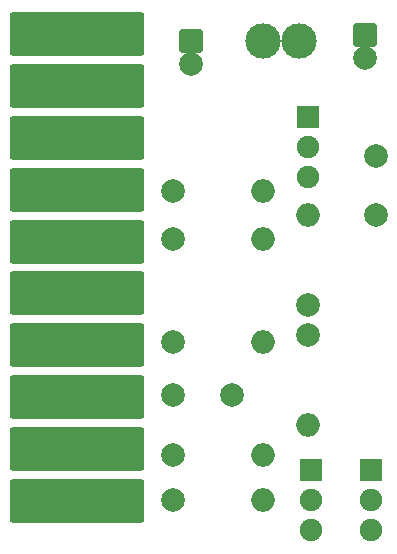
<source format=gbr>
G04 #@! TF.GenerationSoftware,KiCad,Pcbnew,8.0.1*
G04 #@! TF.CreationDate,2024-06-18T22:12:42-04:00*
G04 #@! TF.ProjectId,OdysseyDaughterCardHorizSyncGenerator,4f647973-7365-4794-9461-756768746572,1.0*
G04 #@! TF.SameCoordinates,Original*
G04 #@! TF.FileFunction,Soldermask,Bot*
G04 #@! TF.FilePolarity,Negative*
%FSLAX46Y46*%
G04 Gerber Fmt 4.6, Leading zero omitted, Abs format (unit mm)*
G04 Created by KiCad (PCBNEW 8.0.1) date 2024-06-18 22:12:42*
%MOMM*%
%LPD*%
G01*
G04 APERTURE LIST*
G04 Aperture macros list*
%AMRoundRect*
0 Rectangle with rounded corners*
0 $1 Rounding radius*
0 $2 $3 $4 $5 $6 $7 $8 $9 X,Y pos of 4 corners*
0 Add a 4 corners polygon primitive as box body*
4,1,4,$2,$3,$4,$5,$6,$7,$8,$9,$2,$3,0*
0 Add four circle primitives for the rounded corners*
1,1,$1+$1,$2,$3*
1,1,$1+$1,$4,$5*
1,1,$1+$1,$6,$7*
1,1,$1+$1,$8,$9*
0 Add four rect primitives between the rounded corners*
20,1,$1+$1,$2,$3,$4,$5,0*
20,1,$1+$1,$4,$5,$6,$7,0*
20,1,$1+$1,$6,$7,$8,$9,0*
20,1,$1+$1,$8,$9,$2,$3,0*%
G04 Aperture macros list end*
%ADD10RoundRect,0.200000X-0.750000X0.750000X-0.750000X-0.750000X0.750000X-0.750000X0.750000X0.750000X0*%
%ADD11C,1.900000*%
%ADD12RoundRect,0.200000X-5.500000X-1.625000X5.500000X-1.625000X5.500000X1.625000X-5.500000X1.625000X0*%
%ADD13C,2.000000*%
%ADD14RoundRect,0.200000X-0.800000X0.800000X-0.800000X-0.800000X0.800000X-0.800000X0.800000X0.800000X0*%
%ADD15C,3.000000*%
%ADD16O,2.000000X2.000000*%
G04 APERTURE END LIST*
D10*
X153924000Y-118110000D03*
D11*
X153924000Y-120650000D03*
X153924000Y-123190000D03*
D10*
X148844000Y-118110000D03*
D11*
X148844000Y-120650000D03*
X148844000Y-123190000D03*
D10*
X148590000Y-88265000D03*
D11*
X148590000Y-90805000D03*
X148590000Y-93345000D03*
D12*
X129000000Y-81250000D03*
X129000000Y-85638888D03*
X129000000Y-90027776D03*
X129000000Y-94416664D03*
X129000000Y-98805552D03*
X129000000Y-103194440D03*
X129000000Y-107583328D03*
X129000000Y-111972216D03*
X129000000Y-116361104D03*
X129000000Y-120749992D03*
D13*
X154305000Y-91520000D03*
X154305000Y-96520000D03*
X142160000Y-111760000D03*
X137160000Y-111760000D03*
X138684000Y-83788000D03*
D14*
X138684000Y-81788000D03*
D13*
X153416000Y-83280000D03*
D14*
X153416000Y-81280000D03*
D15*
X147780000Y-81788000D03*
X144780000Y-81788000D03*
D16*
X144780000Y-120650000D03*
D13*
X137160000Y-120650000D03*
D16*
X144780000Y-98552000D03*
D13*
X137160000Y-98552000D03*
D16*
X144780000Y-116840000D03*
D13*
X137160000Y-116840000D03*
D16*
X148590000Y-96520000D03*
D13*
X148590000Y-104140000D03*
D16*
X144780000Y-107315000D03*
D13*
X137160000Y-107315000D03*
D16*
X148590000Y-114300000D03*
D13*
X148590000Y-106680000D03*
D16*
X144780000Y-94488000D03*
D13*
X137160000Y-94488000D03*
M02*

</source>
